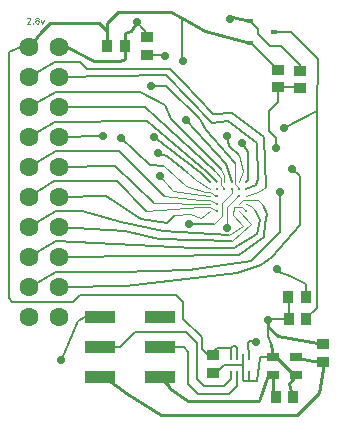
<source format=gtl>
G04 (created by PCBNEW (2013-08-24 BZR 4298)-stable) date Thu 09 Jan 2014 09:40:54 PM PST*
%MOIN*%
G04 Gerber Fmt 3.4, Leading zero omitted, Abs format*
%FSLAX34Y34*%
G01*
G70*
G90*
G04 APERTURE LIST*
%ADD10C,0.005906*%
%ADD11C,0.004921*%
%ADD12R,0.035400X0.039400*%
%ADD13R,0.039400X0.035400*%
%ADD14C,0.062992*%
%ADD15R,0.024114X0.015748*%
%ADD16C,0.007874*%
%ADD17C,0.003937*%
%ADD18R,0.039370X0.031496*%
%ADD19R,0.009843X0.021654*%
%ADD20R,0.100000X0.039000*%
%ADD21C,0.027559*%
%ADD22C,0.009843*%
%ADD23C,0.003937*%
%ADD24C,0.007874*%
G04 APERTURE END LIST*
G54D10*
G54D11*
X49204Y-38158D02*
X49213Y-38149D01*
X49232Y-38140D01*
X49279Y-38140D01*
X49298Y-38149D01*
X49307Y-38158D01*
X49317Y-38177D01*
X49317Y-38196D01*
X49307Y-38224D01*
X49195Y-38337D01*
X49317Y-38337D01*
X49401Y-38318D02*
X49410Y-38327D01*
X49401Y-38337D01*
X49392Y-38327D01*
X49401Y-38318D01*
X49401Y-38337D01*
X49523Y-38224D02*
X49504Y-38215D01*
X49495Y-38205D01*
X49485Y-38187D01*
X49485Y-38177D01*
X49495Y-38158D01*
X49504Y-38149D01*
X49523Y-38140D01*
X49560Y-38140D01*
X49579Y-38149D01*
X49588Y-38158D01*
X49598Y-38177D01*
X49598Y-38187D01*
X49588Y-38205D01*
X49579Y-38215D01*
X49560Y-38224D01*
X49523Y-38224D01*
X49504Y-38233D01*
X49495Y-38243D01*
X49485Y-38262D01*
X49485Y-38299D01*
X49495Y-38318D01*
X49504Y-38327D01*
X49523Y-38337D01*
X49560Y-38337D01*
X49579Y-38327D01*
X49588Y-38318D01*
X49598Y-38299D01*
X49598Y-38262D01*
X49588Y-38243D01*
X49579Y-38233D01*
X49560Y-38224D01*
X49663Y-38205D02*
X49710Y-38337D01*
X49757Y-38205D01*
G54D12*
X57900Y-47444D03*
X58492Y-47444D03*
G54D13*
X53208Y-38802D03*
X53208Y-39394D03*
G54D12*
X57928Y-48173D03*
X58520Y-48173D03*
X52465Y-39090D03*
X51873Y-39090D03*
G54D13*
X58299Y-39904D03*
X58299Y-40496D03*
G54D14*
X50283Y-48122D03*
X49283Y-48122D03*
X50283Y-45122D03*
X49283Y-46122D03*
X49283Y-47122D03*
X50283Y-47122D03*
X50283Y-46122D03*
X50283Y-44122D03*
X49283Y-45122D03*
X49283Y-44122D03*
X49283Y-43122D03*
X49283Y-39122D03*
X49283Y-40122D03*
X49283Y-41122D03*
X49283Y-42122D03*
X50283Y-43122D03*
X50283Y-42122D03*
X50283Y-41122D03*
X50283Y-40122D03*
X50283Y-39122D03*
G54D13*
X57570Y-40465D03*
X57570Y-39873D03*
G54D15*
X56631Y-38236D03*
X56631Y-38984D03*
X57431Y-38610D03*
G54D16*
X55539Y-44338D03*
X55539Y-44582D03*
G54D17*
X55295Y-44582D03*
X55295Y-44338D03*
G54D16*
X55539Y-43850D03*
G54D17*
X55539Y-43606D03*
G54D16*
X55295Y-43606D03*
G54D17*
X55295Y-43850D03*
X56271Y-44338D03*
X56271Y-44582D03*
G54D16*
X56271Y-43850D03*
G54D17*
X56271Y-43606D03*
G54D16*
X56515Y-44582D03*
G54D17*
X56515Y-44338D03*
G54D16*
X56515Y-43606D03*
X56515Y-43850D03*
G54D17*
X56515Y-44094D03*
G54D16*
X56271Y-44094D03*
X55539Y-44094D03*
G54D17*
X55295Y-44094D03*
X56027Y-43606D03*
X55783Y-43606D03*
G54D16*
X56027Y-43850D03*
X55783Y-43850D03*
G54D18*
X57401Y-50049D03*
X58188Y-50049D03*
X58188Y-49458D03*
X57401Y-49458D03*
G54D19*
X56604Y-49438D03*
X56407Y-49438D03*
X56210Y-49438D03*
X56013Y-49438D03*
X56013Y-50009D03*
X56210Y-50009D03*
X56407Y-50009D03*
X56604Y-50009D03*
G54D13*
X55413Y-49971D03*
X55413Y-49379D03*
X59074Y-49024D03*
X59074Y-49616D03*
G54D12*
X58081Y-50787D03*
X57489Y-50787D03*
G54D20*
X51647Y-48124D03*
X51647Y-49124D03*
X51647Y-50124D03*
X53647Y-50124D03*
X53647Y-49124D03*
X53647Y-48124D03*
G54D21*
X54496Y-41551D03*
X57771Y-41830D03*
X54421Y-39578D03*
X53425Y-42125D03*
X56370Y-42330D03*
X57519Y-42500D03*
X57240Y-48216D03*
X55881Y-45153D03*
X53645Y-43405D03*
X52881Y-38299D03*
X55968Y-38188D03*
X57527Y-46527D03*
X54618Y-45023D03*
X53818Y-39409D03*
X53334Y-40405D03*
X58051Y-43185D03*
X55858Y-42098D03*
X50354Y-49557D03*
X51751Y-42096D03*
X57653Y-43944D03*
X53559Y-42661D03*
X56826Y-48952D03*
X52343Y-42136D03*
G54D10*
X58520Y-48173D02*
X58515Y-48165D01*
X58858Y-47822D02*
X58858Y-41251D01*
X58515Y-48165D02*
X58858Y-47822D01*
X57431Y-38610D02*
X58007Y-38610D01*
X55834Y-43015D02*
X56027Y-43606D01*
X54496Y-41551D02*
X55834Y-43015D01*
X58858Y-41251D02*
X57771Y-41830D01*
X58917Y-39519D02*
X58858Y-41251D01*
X58007Y-38610D02*
X58917Y-39519D01*
X48602Y-47421D02*
X48602Y-47500D01*
X49066Y-39102D02*
X48612Y-39291D01*
X48612Y-39291D02*
X48602Y-47421D01*
X49283Y-39122D02*
X49066Y-39102D01*
X55235Y-49379D02*
X55029Y-49173D01*
X55029Y-49173D02*
X55029Y-48799D01*
X55029Y-48799D02*
X54409Y-48179D01*
X54409Y-48179D02*
X54409Y-47618D01*
X54409Y-47618D02*
X54173Y-47381D01*
X54173Y-47381D02*
X50974Y-47381D01*
X50974Y-47381D02*
X50748Y-47608D01*
X50748Y-47608D02*
X48917Y-47608D01*
X55235Y-49379D02*
X55413Y-49379D01*
X48710Y-47608D02*
X48917Y-47608D01*
X48602Y-47500D02*
X48710Y-47608D01*
X56013Y-49153D02*
X55551Y-49153D01*
X55551Y-49153D02*
X55403Y-49301D01*
X55403Y-49301D02*
X55413Y-49379D01*
X56210Y-49438D02*
X56210Y-49153D01*
X56013Y-49143D02*
X56013Y-49153D01*
X56013Y-49153D02*
X56013Y-49438D01*
X56072Y-49084D02*
X56013Y-49143D01*
X56141Y-49084D02*
X56072Y-49084D01*
X56210Y-49153D02*
X56141Y-49084D01*
X55353Y-49438D02*
X55413Y-49379D01*
X55295Y-43606D02*
X55015Y-43334D01*
X54365Y-39523D02*
X54365Y-38160D01*
X54421Y-39578D02*
X54365Y-39523D01*
X55015Y-43334D02*
X53425Y-42125D01*
X56631Y-38984D02*
X56681Y-38984D01*
X56681Y-38984D02*
X57570Y-39873D01*
G54D22*
X51873Y-39090D02*
X51873Y-38323D01*
X55129Y-38578D02*
X56631Y-38984D01*
X53523Y-37964D02*
X54000Y-37960D01*
X54000Y-37960D02*
X54365Y-38160D01*
X54365Y-38160D02*
X55129Y-38578D01*
X52244Y-37940D02*
X53523Y-37964D01*
X51873Y-38323D02*
X52244Y-37940D01*
X49283Y-39122D02*
X49661Y-38618D01*
X51873Y-38593D02*
X51873Y-39090D01*
X51598Y-38318D02*
X51873Y-38593D01*
X49960Y-38318D02*
X51598Y-38318D01*
X49661Y-38618D02*
X49960Y-38318D01*
G54D10*
X57570Y-40465D02*
X57570Y-40960D01*
X56570Y-43551D02*
X56515Y-43606D01*
X56570Y-42633D02*
X56570Y-43551D01*
X56370Y-42330D02*
X56570Y-42633D01*
X57519Y-42161D02*
X57519Y-42500D01*
X57271Y-41913D02*
X57519Y-42161D01*
X57271Y-41259D02*
X57271Y-41913D01*
X57570Y-40960D02*
X57271Y-41259D01*
X57570Y-40465D02*
X58267Y-40465D01*
X58267Y-40465D02*
X58299Y-40496D01*
X57090Y-45446D02*
X57151Y-45016D01*
X56259Y-46059D02*
X57090Y-45446D01*
X50283Y-46122D02*
X56259Y-46059D01*
G54D23*
X56397Y-44212D02*
X56271Y-44338D01*
X56893Y-44212D02*
X56397Y-44212D01*
X57066Y-44385D02*
X56893Y-44212D01*
G54D10*
X57196Y-44669D02*
X57066Y-44385D01*
X57151Y-45016D02*
X57196Y-44669D01*
X56880Y-45337D02*
X56888Y-45337D01*
X49283Y-46122D02*
X50181Y-45582D01*
G54D23*
X56681Y-44425D02*
X56515Y-44338D01*
X56818Y-44547D02*
X56681Y-44425D01*
G54D10*
X56956Y-44881D02*
X56818Y-44547D01*
X56888Y-45337D02*
X56956Y-44881D01*
X56880Y-45337D02*
X56115Y-45807D01*
X56115Y-45807D02*
X54787Y-45814D01*
X54787Y-45814D02*
X50181Y-45582D01*
G54D23*
X56271Y-44582D02*
X56688Y-45035D01*
G54D10*
X52484Y-45259D02*
X50283Y-45122D01*
X53609Y-45518D02*
X52484Y-45259D01*
X56032Y-45596D02*
X53609Y-45518D01*
G54D23*
X56688Y-45035D02*
X56032Y-45596D01*
G54D10*
X56515Y-44582D02*
X56507Y-44582D01*
X50173Y-44590D02*
X49283Y-45122D01*
G54D23*
X56507Y-44582D02*
X56381Y-44456D01*
G54D10*
X51051Y-44590D02*
X50173Y-44590D01*
X52350Y-44940D02*
X51051Y-44590D01*
X53739Y-45259D02*
X52350Y-44940D01*
X55951Y-45400D02*
X53739Y-45259D01*
G54D23*
X56407Y-45071D02*
X55951Y-45400D01*
X56114Y-44458D02*
X56085Y-44705D01*
X56085Y-44705D02*
X56407Y-45071D01*
X56381Y-44456D02*
X56114Y-44458D01*
X55295Y-44582D02*
X55007Y-44811D01*
G54D10*
X53003Y-44850D02*
X51842Y-44102D01*
X51842Y-44102D02*
X50283Y-44122D01*
X53874Y-44976D02*
X53003Y-44850D01*
X54145Y-44730D02*
X53874Y-44976D01*
G54D23*
X54622Y-44681D02*
X54145Y-44730D01*
X55007Y-44811D02*
X54622Y-44681D01*
X55539Y-44582D02*
X55318Y-44464D01*
G54D10*
X50098Y-43590D02*
X49283Y-44122D01*
G54D23*
X55318Y-44464D02*
X54980Y-44464D01*
G54D10*
X52204Y-43590D02*
X50098Y-43590D01*
X53165Y-44602D02*
X52204Y-43590D01*
G54D23*
X54980Y-44464D02*
X53165Y-44602D01*
G54D10*
X50283Y-43122D02*
X52145Y-43102D01*
X52145Y-43102D02*
X53444Y-44330D01*
G54D23*
X53444Y-44330D02*
X55295Y-44338D01*
G54D10*
X55539Y-44338D02*
X55531Y-44338D01*
G54D23*
X55531Y-44338D02*
X55303Y-44216D01*
X55303Y-44216D02*
X54988Y-44216D01*
X54988Y-44216D02*
X53763Y-44090D01*
G54D10*
X53763Y-44090D02*
X52279Y-42598D01*
X50165Y-42598D02*
X49283Y-43122D01*
X52279Y-42598D02*
X50165Y-42598D01*
X55413Y-49971D02*
X55501Y-49971D01*
X55757Y-49714D02*
X56407Y-49714D01*
X55501Y-49971D02*
X55757Y-49714D01*
X56407Y-50009D02*
X56407Y-50216D01*
X56446Y-50255D02*
X56633Y-50255D01*
X56407Y-50216D02*
X56446Y-50255D01*
X56604Y-50009D02*
X56604Y-50226D01*
X56604Y-50226D02*
X56633Y-50255D01*
G54D24*
X56879Y-50255D02*
X56958Y-49498D01*
X56958Y-49498D02*
X56958Y-49458D01*
X56958Y-49458D02*
X57401Y-49458D01*
X56633Y-50255D02*
X56879Y-50255D01*
G54D22*
X57401Y-49458D02*
X57332Y-49025D01*
X59074Y-49024D02*
X57568Y-48759D01*
X57568Y-48759D02*
X57240Y-48440D01*
X57240Y-48440D02*
X57240Y-48216D01*
G54D10*
X57283Y-48173D02*
X57240Y-48216D01*
X57283Y-48173D02*
X57928Y-48173D01*
X57240Y-48291D02*
X57240Y-48216D01*
X57234Y-48592D02*
X57240Y-48291D01*
X57234Y-48740D02*
X57234Y-48592D01*
X57332Y-49015D02*
X57234Y-48740D01*
X56407Y-49438D02*
X56407Y-49714D01*
X56407Y-49714D02*
X56407Y-50009D01*
G54D22*
X57401Y-49458D02*
X57500Y-49458D01*
X58090Y-50049D02*
X58188Y-50049D01*
X57500Y-49458D02*
X58090Y-50049D01*
X58081Y-50787D02*
X58090Y-50797D01*
X58090Y-50797D02*
X57992Y-50600D01*
X57992Y-50600D02*
X57952Y-50344D01*
X57952Y-50344D02*
X58188Y-50049D01*
G54D10*
X56271Y-44094D02*
X56251Y-44094D01*
G54D23*
X55881Y-44464D02*
X55881Y-45153D01*
X56251Y-44094D02*
X55881Y-44464D01*
G54D10*
X57928Y-48173D02*
X57932Y-47476D01*
X57932Y-47476D02*
X57900Y-47444D01*
X58299Y-39904D02*
X58299Y-39720D01*
X56909Y-38514D02*
X56631Y-38236D01*
X56909Y-38700D02*
X56909Y-38514D01*
X57311Y-39102D02*
X56909Y-38700D01*
X57681Y-39102D02*
X57311Y-39102D01*
X58299Y-39720D02*
X57681Y-39102D01*
G54D23*
X55295Y-44094D02*
X55003Y-44066D01*
X55003Y-44066D02*
X54070Y-43929D01*
X54070Y-43929D02*
X53645Y-43405D01*
G54D24*
X53208Y-38802D02*
X53259Y-38751D01*
G54D22*
X52465Y-38656D02*
X52681Y-38582D01*
X52681Y-38582D02*
X52881Y-38299D01*
X52465Y-38656D02*
X52465Y-39090D01*
G54D24*
X53259Y-38751D02*
X52881Y-38299D01*
G54D22*
X56631Y-38236D02*
X56043Y-38114D01*
X56043Y-38114D02*
X55968Y-38188D01*
X50283Y-39122D02*
X50535Y-39122D01*
X52465Y-39503D02*
X52465Y-39090D01*
X52303Y-39590D02*
X52465Y-39503D01*
X51429Y-39590D02*
X52303Y-39590D01*
X50535Y-39122D02*
X51429Y-39590D01*
G54D10*
X55783Y-43850D02*
X55783Y-43830D01*
G54D23*
X55783Y-43830D02*
X55661Y-43708D01*
X55661Y-43708D02*
X55659Y-43484D01*
X55659Y-43484D02*
X55462Y-43248D01*
G54D10*
X55462Y-43248D02*
X53145Y-41129D01*
X53145Y-41129D02*
X50283Y-41122D01*
G54D22*
X53951Y-50494D02*
X53951Y-50428D01*
X53951Y-50428D02*
X53647Y-50124D01*
X57401Y-50049D02*
X57244Y-50049D01*
X56938Y-50915D02*
X56368Y-50935D01*
X56368Y-50935D02*
X56122Y-50905D01*
X56122Y-50905D02*
X54576Y-50905D01*
X54576Y-50905D02*
X53951Y-50494D01*
X57244Y-50049D02*
X56938Y-50915D01*
X57489Y-50787D02*
X57489Y-50707D01*
X57489Y-50707D02*
X57421Y-50639D01*
X57421Y-50639D02*
X57401Y-50049D01*
G54D10*
X53951Y-50494D02*
X53944Y-50490D01*
G54D22*
X52502Y-50651D02*
X51753Y-50098D01*
X59124Y-49636D02*
X58001Y-49438D01*
X58001Y-49438D02*
X58188Y-49458D01*
X59104Y-49646D02*
X59124Y-49636D01*
X58946Y-50639D02*
X58208Y-51377D01*
X58208Y-51377D02*
X53671Y-51397D01*
X59104Y-49646D02*
X58946Y-50639D01*
X53671Y-51397D02*
X52502Y-50651D01*
G54D24*
X56210Y-50009D02*
X56210Y-50403D01*
X56210Y-50403D02*
X55944Y-50669D01*
X55944Y-50669D02*
X54901Y-50669D01*
X54901Y-50669D02*
X54576Y-50344D01*
X54576Y-50344D02*
X54576Y-49271D01*
X54576Y-49271D02*
X54429Y-49124D01*
X54429Y-49124D02*
X53647Y-49124D01*
X56013Y-50009D02*
X56013Y-50196D01*
X56013Y-50196D02*
X55777Y-50433D01*
X55777Y-50433D02*
X55098Y-50433D01*
X55098Y-50433D02*
X54862Y-50196D01*
X54862Y-50196D02*
X54862Y-48976D01*
X54862Y-48976D02*
X54507Y-48622D01*
X54507Y-48622D02*
X52805Y-48622D01*
X52805Y-48622D02*
X52303Y-49124D01*
X52303Y-49124D02*
X51647Y-49124D01*
G54D23*
X56027Y-43850D02*
X56027Y-44000D01*
G54D10*
X58492Y-47024D02*
X58492Y-47444D01*
X57980Y-46740D02*
X58492Y-47024D01*
X57606Y-46606D02*
X57980Y-46740D01*
X57527Y-46527D02*
X57606Y-46606D01*
X55437Y-45023D02*
X54618Y-45023D01*
G54D23*
X55696Y-44763D02*
X55437Y-45023D01*
X55696Y-44330D02*
X55696Y-44763D01*
X56027Y-44000D02*
X55696Y-44330D01*
G54D10*
X56271Y-43850D02*
X56271Y-43818D01*
X53803Y-39394D02*
X53208Y-39394D01*
X53818Y-39409D02*
X53803Y-39394D01*
X53854Y-40405D02*
X53334Y-40405D01*
X54984Y-41535D02*
X53854Y-40405D01*
X55165Y-41897D02*
X54984Y-41535D01*
X56149Y-42996D02*
X55165Y-41897D01*
G54D23*
X56149Y-43688D02*
X56149Y-42996D01*
X56271Y-43818D02*
X56149Y-43688D01*
G54D10*
X53212Y-41594D02*
X50133Y-41629D01*
X55539Y-43606D02*
X55216Y-43277D01*
X55216Y-43277D02*
X53212Y-41594D01*
X50133Y-41629D02*
X49283Y-42122D01*
X57007Y-46397D02*
X57385Y-46133D01*
X58291Y-43425D02*
X58051Y-43185D01*
X58291Y-45043D02*
X58291Y-43425D01*
X57385Y-46133D02*
X58291Y-45043D01*
X50283Y-47122D02*
X52515Y-47102D01*
X56220Y-46641D02*
X57007Y-46397D01*
X57007Y-46397D02*
X57019Y-46397D01*
X52515Y-47102D02*
X56220Y-46641D01*
G54D23*
X56271Y-43606D02*
X56271Y-43606D01*
X56271Y-43606D02*
X56389Y-43236D01*
X56389Y-43236D02*
X56259Y-42724D01*
G54D10*
X56259Y-42724D02*
X55944Y-42429D01*
X55944Y-42429D02*
X55858Y-42098D01*
X51647Y-48124D02*
X51147Y-48124D01*
X50915Y-48257D02*
X51147Y-48124D01*
X50452Y-49350D02*
X50915Y-48257D01*
X50452Y-49350D02*
X50354Y-49557D01*
G54D24*
X50283Y-42122D02*
X51746Y-42102D01*
X51746Y-42102D02*
X51751Y-42096D01*
G54D10*
X50173Y-46618D02*
X52303Y-46618D01*
X52303Y-46618D02*
X54594Y-46543D01*
X54594Y-46543D02*
X56677Y-46251D01*
X56677Y-46251D02*
X57653Y-45275D01*
X57653Y-45275D02*
X57653Y-43944D01*
X49311Y-47122D02*
X50173Y-46618D01*
X49283Y-47122D02*
X49311Y-47122D01*
G54D23*
X54834Y-43559D02*
X54559Y-43311D01*
X54834Y-43559D02*
X55295Y-43850D01*
G54D10*
X53859Y-42755D02*
X54559Y-43311D01*
X53594Y-42696D02*
X53859Y-42755D01*
X53559Y-42661D02*
X53594Y-42696D01*
X54419Y-40301D02*
X54419Y-40285D01*
X50960Y-39610D02*
X50153Y-39610D01*
X51200Y-39850D02*
X50960Y-39610D01*
X53984Y-39850D02*
X51200Y-39850D01*
X54419Y-40285D02*
X53984Y-39850D01*
X57109Y-42118D02*
X56023Y-41316D01*
X56023Y-41316D02*
X55393Y-41358D01*
X55393Y-41358D02*
X54419Y-40301D01*
X54419Y-40301D02*
X54415Y-40297D01*
X57157Y-43783D02*
X57109Y-42118D01*
X50153Y-39610D02*
X49283Y-40122D01*
G54D23*
X56515Y-44094D02*
X56909Y-43952D01*
X56909Y-43952D02*
X57157Y-43783D01*
G54D10*
X50283Y-40122D02*
X53830Y-40059D01*
X56822Y-43732D02*
X56515Y-43850D01*
X56905Y-43531D02*
X56822Y-43732D01*
X56862Y-42307D02*
X56905Y-43531D01*
X53830Y-40059D02*
X55374Y-41643D01*
X55374Y-41643D02*
X55905Y-41597D01*
X55905Y-41597D02*
X56862Y-42307D01*
X52972Y-40610D02*
X50181Y-40610D01*
G54D23*
X55783Y-43606D02*
X55787Y-43405D01*
X55787Y-43405D02*
X55679Y-43169D01*
G54D10*
X55679Y-43169D02*
X54007Y-41527D01*
X54007Y-41527D02*
X53797Y-41065D01*
X53797Y-41065D02*
X52972Y-40610D01*
X50181Y-40610D02*
X49283Y-41122D01*
X56708Y-48933D02*
X56657Y-48925D01*
X56826Y-48952D02*
X56708Y-48933D01*
X56575Y-48946D02*
X56604Y-49438D01*
X56657Y-48925D02*
X56565Y-48936D01*
G54D24*
X52343Y-42136D02*
X52349Y-42136D01*
G54D23*
X55519Y-44094D02*
X55291Y-43964D01*
G54D10*
X55539Y-44094D02*
X55519Y-44094D01*
G54D23*
X55291Y-43964D02*
X55141Y-43960D01*
X55141Y-43960D02*
X54515Y-43736D01*
X54515Y-43736D02*
X53775Y-43090D01*
G54D10*
X53775Y-43090D02*
X53316Y-43054D01*
X53316Y-43054D02*
X52343Y-42136D01*
G54D24*
X52349Y-42136D02*
X52343Y-42136D01*
M02*

</source>
